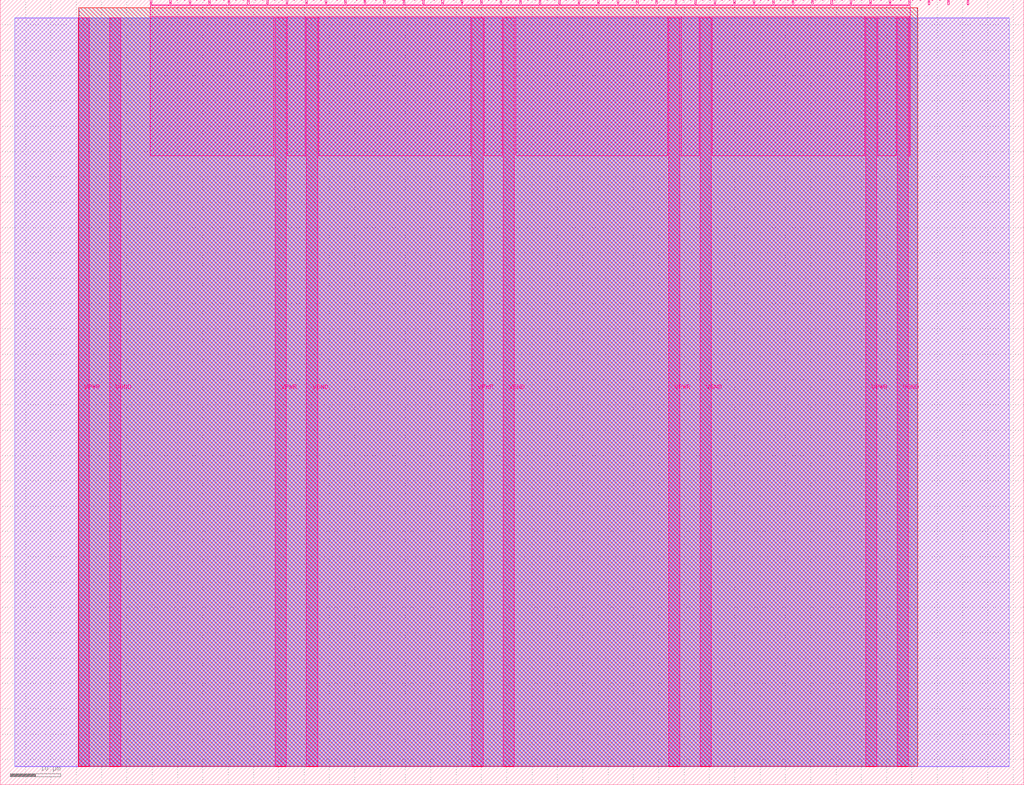
<source format=lef>
VERSION 5.7 ;
  NOWIREEXTENSIONATPIN ON ;
  DIVIDERCHAR "/" ;
  BUSBITCHARS "[]" ;
MACRO tt_um_CarrySelect8bit
  CLASS BLOCK ;
  FOREIGN tt_um_CarrySelect8bit ;
  ORIGIN 0.000 0.000 ;
  SIZE 202.080 BY 154.980 ;
  PIN VGND
    DIRECTION INOUT ;
    USE GROUND ;
    PORT
      LAYER Metal5 ;
        RECT 21.580 3.560 23.780 151.420 ;
    END
    PORT
      LAYER Metal5 ;
        RECT 60.450 3.560 62.650 151.420 ;
    END
    PORT
      LAYER Metal5 ;
        RECT 99.320 3.560 101.520 151.420 ;
    END
    PORT
      LAYER Metal5 ;
        RECT 138.190 3.560 140.390 151.420 ;
    END
    PORT
      LAYER Metal5 ;
        RECT 177.060 3.560 179.260 151.420 ;
    END
  END VGND
  PIN VPWR
    DIRECTION INOUT ;
    USE POWER ;
    PORT
      LAYER Metal5 ;
        RECT 15.380 3.560 17.580 151.420 ;
    END
    PORT
      LAYER Metal5 ;
        RECT 54.250 3.560 56.450 151.420 ;
    END
    PORT
      LAYER Metal5 ;
        RECT 93.120 3.560 95.320 151.420 ;
    END
    PORT
      LAYER Metal5 ;
        RECT 131.990 3.560 134.190 151.420 ;
    END
    PORT
      LAYER Metal5 ;
        RECT 170.860 3.560 173.060 151.420 ;
    END
  END VPWR
  PIN clk
    DIRECTION INPUT ;
    USE SIGNAL ;
    PORT
      LAYER Metal5 ;
        RECT 187.050 153.980 187.350 154.980 ;
    END
  END clk
  PIN ena
    DIRECTION INPUT ;
    USE SIGNAL ;
    PORT
      LAYER Metal5 ;
        RECT 190.890 153.980 191.190 154.980 ;
    END
  END ena
  PIN rst_n
    DIRECTION INPUT ;
    USE SIGNAL ;
    PORT
      LAYER Metal5 ;
        RECT 183.210 153.980 183.510 154.980 ;
    END
  END rst_n
  PIN ui_in[0]
    DIRECTION INPUT ;
    USE SIGNAL ;
    ANTENNAGATEAREA 0.180700 ;
    PORT
      LAYER Metal5 ;
        RECT 179.370 153.980 179.670 154.980 ;
    END
  END ui_in[0]
  PIN ui_in[1]
    DIRECTION INPUT ;
    USE SIGNAL ;
    ANTENNAGATEAREA 0.180700 ;
    PORT
      LAYER Metal5 ;
        RECT 175.530 153.980 175.830 154.980 ;
    END
  END ui_in[1]
  PIN ui_in[2]
    DIRECTION INPUT ;
    USE SIGNAL ;
    ANTENNAGATEAREA 0.180700 ;
    PORT
      LAYER Metal5 ;
        RECT 171.690 153.980 171.990 154.980 ;
    END
  END ui_in[2]
  PIN ui_in[3]
    DIRECTION INPUT ;
    USE SIGNAL ;
    ANTENNAGATEAREA 0.180700 ;
    PORT
      LAYER Metal5 ;
        RECT 167.850 153.980 168.150 154.980 ;
    END
  END ui_in[3]
  PIN ui_in[4]
    DIRECTION INPUT ;
    USE SIGNAL ;
    ANTENNAGATEAREA 0.213200 ;
    PORT
      LAYER Metal5 ;
        RECT 164.010 153.980 164.310 154.980 ;
    END
  END ui_in[4]
  PIN ui_in[5]
    DIRECTION INPUT ;
    USE SIGNAL ;
    ANTENNAGATEAREA 0.180700 ;
    PORT
      LAYER Metal5 ;
        RECT 160.170 153.980 160.470 154.980 ;
    END
  END ui_in[5]
  PIN ui_in[6]
    DIRECTION INPUT ;
    USE SIGNAL ;
    ANTENNAGATEAREA 0.180700 ;
    PORT
      LAYER Metal5 ;
        RECT 156.330 153.980 156.630 154.980 ;
    END
  END ui_in[6]
  PIN ui_in[7]
    DIRECTION INPUT ;
    USE SIGNAL ;
    ANTENNAGATEAREA 0.180700 ;
    PORT
      LAYER Metal5 ;
        RECT 152.490 153.980 152.790 154.980 ;
    END
  END ui_in[7]
  PIN uio_in[0]
    DIRECTION INPUT ;
    USE SIGNAL ;
    ANTENNAGATEAREA 0.180700 ;
    PORT
      LAYER Metal5 ;
        RECT 148.650 153.980 148.950 154.980 ;
    END
  END uio_in[0]
  PIN uio_in[1]
    DIRECTION INPUT ;
    USE SIGNAL ;
    ANTENNAGATEAREA 0.180700 ;
    PORT
      LAYER Metal5 ;
        RECT 144.810 153.980 145.110 154.980 ;
    END
  END uio_in[1]
  PIN uio_in[2]
    DIRECTION INPUT ;
    USE SIGNAL ;
    ANTENNAGATEAREA 0.180700 ;
    PORT
      LAYER Metal5 ;
        RECT 140.970 153.980 141.270 154.980 ;
    END
  END uio_in[2]
  PIN uio_in[3]
    DIRECTION INPUT ;
    USE SIGNAL ;
    ANTENNAGATEAREA 0.180700 ;
    PORT
      LAYER Metal5 ;
        RECT 137.130 153.980 137.430 154.980 ;
    END
  END uio_in[3]
  PIN uio_in[4]
    DIRECTION INPUT ;
    USE SIGNAL ;
    ANTENNAGATEAREA 0.180700 ;
    PORT
      LAYER Metal5 ;
        RECT 133.290 153.980 133.590 154.980 ;
    END
  END uio_in[4]
  PIN uio_in[5]
    DIRECTION INPUT ;
    USE SIGNAL ;
    ANTENNAGATEAREA 0.180700 ;
    PORT
      LAYER Metal5 ;
        RECT 129.450 153.980 129.750 154.980 ;
    END
  END uio_in[5]
  PIN uio_in[6]
    DIRECTION INPUT ;
    USE SIGNAL ;
    ANTENNAGATEAREA 0.180700 ;
    PORT
      LAYER Metal5 ;
        RECT 125.610 153.980 125.910 154.980 ;
    END
  END uio_in[6]
  PIN uio_in[7]
    DIRECTION INPUT ;
    USE SIGNAL ;
    ANTENNAGATEAREA 0.180700 ;
    PORT
      LAYER Metal5 ;
        RECT 121.770 153.980 122.070 154.980 ;
    END
  END uio_in[7]
  PIN uio_oe[0]
    DIRECTION OUTPUT ;
    USE SIGNAL ;
    ANTENNADIFFAREA 0.299200 ;
    PORT
      LAYER Metal5 ;
        RECT 56.490 153.980 56.790 154.980 ;
    END
  END uio_oe[0]
  PIN uio_oe[1]
    DIRECTION OUTPUT ;
    USE SIGNAL ;
    ANTENNADIFFAREA 0.299200 ;
    PORT
      LAYER Metal5 ;
        RECT 52.650 153.980 52.950 154.980 ;
    END
  END uio_oe[1]
  PIN uio_oe[2]
    DIRECTION OUTPUT ;
    USE SIGNAL ;
    ANTENNADIFFAREA 0.299200 ;
    PORT
      LAYER Metal5 ;
        RECT 48.810 153.980 49.110 154.980 ;
    END
  END uio_oe[2]
  PIN uio_oe[3]
    DIRECTION OUTPUT ;
    USE SIGNAL ;
    ANTENNADIFFAREA 0.299200 ;
    PORT
      LAYER Metal5 ;
        RECT 44.970 153.980 45.270 154.980 ;
    END
  END uio_oe[3]
  PIN uio_oe[4]
    DIRECTION OUTPUT ;
    USE SIGNAL ;
    ANTENNADIFFAREA 0.299200 ;
    PORT
      LAYER Metal5 ;
        RECT 41.130 153.980 41.430 154.980 ;
    END
  END uio_oe[4]
  PIN uio_oe[5]
    DIRECTION OUTPUT ;
    USE SIGNAL ;
    ANTENNADIFFAREA 0.299200 ;
    PORT
      LAYER Metal5 ;
        RECT 37.290 153.980 37.590 154.980 ;
    END
  END uio_oe[5]
  PIN uio_oe[6]
    DIRECTION OUTPUT ;
    USE SIGNAL ;
    ANTENNADIFFAREA 0.299200 ;
    PORT
      LAYER Metal5 ;
        RECT 33.450 153.980 33.750 154.980 ;
    END
  END uio_oe[6]
  PIN uio_oe[7]
    DIRECTION OUTPUT ;
    USE SIGNAL ;
    ANTENNADIFFAREA 0.299200 ;
    PORT
      LAYER Metal5 ;
        RECT 29.610 153.980 29.910 154.980 ;
    END
  END uio_oe[7]
  PIN uio_out[0]
    DIRECTION OUTPUT ;
    USE SIGNAL ;
    ANTENNADIFFAREA 0.299200 ;
    PORT
      LAYER Metal5 ;
        RECT 87.210 153.980 87.510 154.980 ;
    END
  END uio_out[0]
  PIN uio_out[1]
    DIRECTION OUTPUT ;
    USE SIGNAL ;
    ANTENNADIFFAREA 0.299200 ;
    PORT
      LAYER Metal5 ;
        RECT 83.370 153.980 83.670 154.980 ;
    END
  END uio_out[1]
  PIN uio_out[2]
    DIRECTION OUTPUT ;
    USE SIGNAL ;
    ANTENNADIFFAREA 0.299200 ;
    PORT
      LAYER Metal5 ;
        RECT 79.530 153.980 79.830 154.980 ;
    END
  END uio_out[2]
  PIN uio_out[3]
    DIRECTION OUTPUT ;
    USE SIGNAL ;
    ANTENNADIFFAREA 0.299200 ;
    PORT
      LAYER Metal5 ;
        RECT 75.690 153.980 75.990 154.980 ;
    END
  END uio_out[3]
  PIN uio_out[4]
    DIRECTION OUTPUT ;
    USE SIGNAL ;
    ANTENNADIFFAREA 0.299200 ;
    PORT
      LAYER Metal5 ;
        RECT 71.850 153.980 72.150 154.980 ;
    END
  END uio_out[4]
  PIN uio_out[5]
    DIRECTION OUTPUT ;
    USE SIGNAL ;
    ANTENNADIFFAREA 0.299200 ;
    PORT
      LAYER Metal5 ;
        RECT 68.010 153.980 68.310 154.980 ;
    END
  END uio_out[5]
  PIN uio_out[6]
    DIRECTION OUTPUT ;
    USE SIGNAL ;
    ANTENNADIFFAREA 0.299200 ;
    PORT
      LAYER Metal5 ;
        RECT 64.170 153.980 64.470 154.980 ;
    END
  END uio_out[6]
  PIN uio_out[7]
    DIRECTION OUTPUT ;
    USE SIGNAL ;
    ANTENNADIFFAREA 0.299200 ;
    PORT
      LAYER Metal5 ;
        RECT 60.330 153.980 60.630 154.980 ;
    END
  END uio_out[7]
  PIN uo_out[0]
    DIRECTION OUTPUT ;
    USE SIGNAL ;
    ANTENNADIFFAREA 0.654800 ;
    PORT
      LAYER Metal5 ;
        RECT 117.930 153.980 118.230 154.980 ;
    END
  END uo_out[0]
  PIN uo_out[1]
    DIRECTION OUTPUT ;
    USE SIGNAL ;
    ANTENNADIFFAREA 0.654800 ;
    PORT
      LAYER Metal5 ;
        RECT 114.090 153.980 114.390 154.980 ;
    END
  END uo_out[1]
  PIN uo_out[2]
    DIRECTION OUTPUT ;
    USE SIGNAL ;
    ANTENNADIFFAREA 0.654800 ;
    PORT
      LAYER Metal5 ;
        RECT 110.250 153.980 110.550 154.980 ;
    END
  END uo_out[2]
  PIN uo_out[3]
    DIRECTION OUTPUT ;
    USE SIGNAL ;
    ANTENNADIFFAREA 0.654800 ;
    PORT
      LAYER Metal5 ;
        RECT 106.410 153.980 106.710 154.980 ;
    END
  END uo_out[3]
  PIN uo_out[4]
    DIRECTION OUTPUT ;
    USE SIGNAL ;
    ANTENNADIFFAREA 0.706400 ;
    PORT
      LAYER Metal5 ;
        RECT 102.570 153.980 102.870 154.980 ;
    END
  END uo_out[4]
  PIN uo_out[5]
    DIRECTION OUTPUT ;
    USE SIGNAL ;
    ANTENNADIFFAREA 0.988000 ;
    PORT
      LAYER Metal5 ;
        RECT 98.730 153.980 99.030 154.980 ;
    END
  END uo_out[5]
  PIN uo_out[6]
    DIRECTION OUTPUT ;
    USE SIGNAL ;
    ANTENNADIFFAREA 0.677200 ;
    PORT
      LAYER Metal5 ;
        RECT 94.890 153.980 95.190 154.980 ;
    END
  END uo_out[6]
  PIN uo_out[7]
    DIRECTION OUTPUT ;
    USE SIGNAL ;
    ANTENNADIFFAREA 0.677200 ;
    PORT
      LAYER Metal5 ;
        RECT 91.050 153.980 91.350 154.980 ;
    END
  END uo_out[7]
  OBS
      LAYER GatPoly ;
        RECT 2.880 3.630 199.200 151.350 ;
      LAYER Metal1 ;
        RECT 2.880 3.560 199.200 151.420 ;
      LAYER Metal2 ;
        RECT 15.515 3.680 181.105 151.300 ;
      LAYER Metal3 ;
        RECT 15.560 3.635 181.060 153.445 ;
      LAYER Metal4 ;
        RECT 15.515 3.680 181.105 153.400 ;
      LAYER Metal5 ;
        RECT 30.120 153.770 33.240 153.980 ;
        RECT 33.960 153.770 37.080 153.980 ;
        RECT 37.800 153.770 40.920 153.980 ;
        RECT 41.640 153.770 44.760 153.980 ;
        RECT 45.480 153.770 48.600 153.980 ;
        RECT 49.320 153.770 52.440 153.980 ;
        RECT 53.160 153.770 56.280 153.980 ;
        RECT 57.000 153.770 60.120 153.980 ;
        RECT 60.840 153.770 63.960 153.980 ;
        RECT 64.680 153.770 67.800 153.980 ;
        RECT 68.520 153.770 71.640 153.980 ;
        RECT 72.360 153.770 75.480 153.980 ;
        RECT 76.200 153.770 79.320 153.980 ;
        RECT 80.040 153.770 83.160 153.980 ;
        RECT 83.880 153.770 87.000 153.980 ;
        RECT 87.720 153.770 90.840 153.980 ;
        RECT 91.560 153.770 94.680 153.980 ;
        RECT 95.400 153.770 98.520 153.980 ;
        RECT 99.240 153.770 102.360 153.980 ;
        RECT 103.080 153.770 106.200 153.980 ;
        RECT 106.920 153.770 110.040 153.980 ;
        RECT 110.760 153.770 113.880 153.980 ;
        RECT 114.600 153.770 117.720 153.980 ;
        RECT 118.440 153.770 121.560 153.980 ;
        RECT 122.280 153.770 125.400 153.980 ;
        RECT 126.120 153.770 129.240 153.980 ;
        RECT 129.960 153.770 133.080 153.980 ;
        RECT 133.800 153.770 136.920 153.980 ;
        RECT 137.640 153.770 140.760 153.980 ;
        RECT 141.480 153.770 144.600 153.980 ;
        RECT 145.320 153.770 148.440 153.980 ;
        RECT 149.160 153.770 152.280 153.980 ;
        RECT 153.000 153.770 156.120 153.980 ;
        RECT 156.840 153.770 159.960 153.980 ;
        RECT 160.680 153.770 163.800 153.980 ;
        RECT 164.520 153.770 167.640 153.980 ;
        RECT 168.360 153.770 171.480 153.980 ;
        RECT 172.200 153.770 175.320 153.980 ;
        RECT 176.040 153.770 179.160 153.980 ;
        RECT 29.660 151.630 179.620 153.770 ;
        RECT 29.660 124.175 54.040 151.630 ;
        RECT 56.660 124.175 60.240 151.630 ;
        RECT 62.860 124.175 92.910 151.630 ;
        RECT 95.530 124.175 99.110 151.630 ;
        RECT 101.730 124.175 131.780 151.630 ;
        RECT 134.400 124.175 137.980 151.630 ;
        RECT 140.600 124.175 170.650 151.630 ;
        RECT 173.270 124.175 176.850 151.630 ;
        RECT 179.470 124.175 179.620 151.630 ;
  END
END tt_um_CarrySelect8bit
END LIBRARY


</source>
